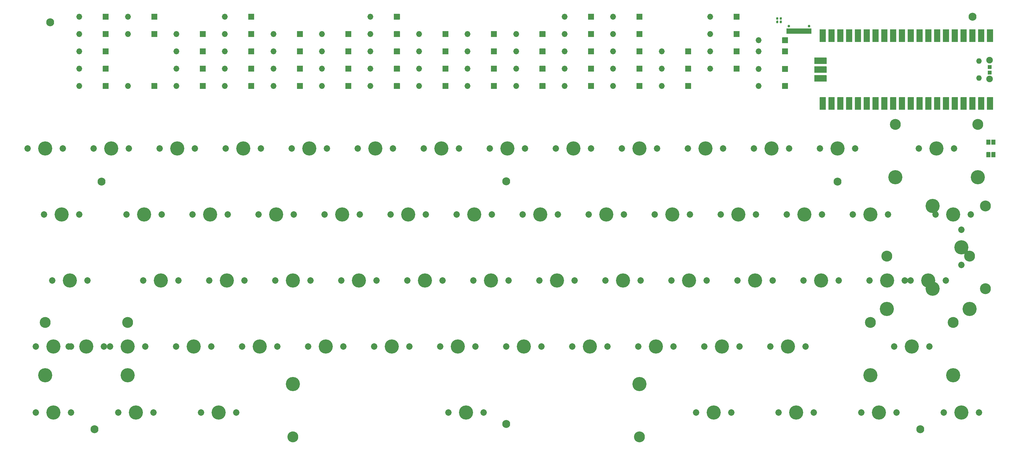
<source format=gts>
G04 #@! TF.GenerationSoftware,KiCad,Pcbnew,(5.1.9)-1*
G04 #@! TF.CreationDate,2021-05-31T01:10:29+01:00*
G04 #@! TF.ProjectId,Env-KB60F,456e762d-4b42-4363-9046-2e6b69636164,rev?*
G04 #@! TF.SameCoordinates,Original*
G04 #@! TF.FileFunction,Soldermask,Top*
G04 #@! TF.FilePolarity,Negative*
%FSLAX46Y46*%
G04 Gerber Fmt 4.6, Leading zero omitted, Abs format (unit mm)*
G04 Created by KiCad (PCBNEW (5.1.9)-1) date 2021-05-31 01:10:29*
%MOMM*%
%LPD*%
G01*
G04 APERTURE LIST*
%ADD10C,2.302000*%
%ADD11O,1.802000X1.802000*%
%ADD12O,1.602000X1.602000*%
%ADD13O,1.902000X1.902000*%
%ADD14C,0.752000*%
%ADD15O,1.702000X1.702000*%
%ADD16C,4.089800*%
%ADD17C,1.852000*%
%ADD18C,3.150000*%
%ADD19C,0.100000*%
G04 APERTURE END LIST*
G36*
G01*
X357449000Y-51500000D02*
X357449000Y-50500000D01*
G75*
G02*
X357500000Y-50449000I51000J0D01*
G01*
X358500000Y-50449000D01*
G75*
G02*
X358551000Y-50500000I0J-51000D01*
G01*
X358551000Y-51500000D01*
G75*
G02*
X358500000Y-51551000I-51000J0D01*
G01*
X357500000Y-51551000D01*
G75*
G02*
X357449000Y-51500000I0J51000D01*
G01*
G37*
G36*
G01*
X357449000Y-53100000D02*
X357449000Y-52100000D01*
G75*
G02*
X357500000Y-52049000I51000J0D01*
G01*
X358500000Y-52049000D01*
G75*
G02*
X358551000Y-52100000I0J-51000D01*
G01*
X358551000Y-53100000D01*
G75*
G02*
X358500000Y-53151000I-51000J0D01*
G01*
X357500000Y-53151000D01*
G75*
G02*
X357449000Y-53100000I0J51000D01*
G01*
G37*
G36*
G01*
X297439000Y-38210500D02*
X297439000Y-37789500D01*
G75*
G02*
X297599500Y-37629000I160500J0D01*
G01*
X297920500Y-37629000D01*
G75*
G02*
X298081000Y-37789500I0J-160500D01*
G01*
X298081000Y-38210500D01*
G75*
G02*
X297920500Y-38371000I-160500J0D01*
G01*
X297599500Y-38371000D01*
G75*
G02*
X297439000Y-38210500I0J160500D01*
G01*
G37*
G36*
G01*
X296419000Y-38210500D02*
X296419000Y-37789500D01*
G75*
G02*
X296579500Y-37629000I160500J0D01*
G01*
X296900500Y-37629000D01*
G75*
G02*
X297061000Y-37789500I0J-160500D01*
G01*
X297061000Y-38210500D01*
G75*
G02*
X296900500Y-38371000I-160500J0D01*
G01*
X296579500Y-38371000D01*
G75*
G02*
X296419000Y-38210500I0J160500D01*
G01*
G37*
G36*
G01*
X297061000Y-36789500D02*
X297061000Y-37210500D01*
G75*
G02*
X296900500Y-37371000I-160500J0D01*
G01*
X296579500Y-37371000D01*
G75*
G02*
X296419000Y-37210500I0J160500D01*
G01*
X296419000Y-36789500D01*
G75*
G02*
X296579500Y-36629000I160500J0D01*
G01*
X296900500Y-36629000D01*
G75*
G02*
X297061000Y-36789500I0J-160500D01*
G01*
G37*
G36*
G01*
X298081000Y-36789500D02*
X298081000Y-37210500D01*
G75*
G02*
X297920500Y-37371000I-160500J0D01*
G01*
X297599500Y-37371000D01*
G75*
G02*
X297439000Y-37210500I0J160500D01*
G01*
X297439000Y-36789500D01*
G75*
G02*
X297599500Y-36629000I160500J0D01*
G01*
X297920500Y-36629000D01*
G75*
G02*
X298081000Y-36789500I0J-160500D01*
G01*
G37*
D10*
X353050000Y-36500000D03*
D11*
X310100000Y-54290000D03*
G36*
G01*
X307399000Y-55140000D02*
X307399000Y-53440000D01*
G75*
G02*
X307450000Y-53389000I51000J0D01*
G01*
X310950000Y-53389000D01*
G75*
G02*
X311001000Y-53440000I0J-51000D01*
G01*
X311001000Y-55140000D01*
G75*
G02*
X310950000Y-55191000I-51000J0D01*
G01*
X307450000Y-55191000D01*
G75*
G02*
X307399000Y-55140000I0J51000D01*
G01*
G37*
G36*
G01*
X309250000Y-50849000D02*
X310950000Y-50849000D01*
G75*
G02*
X311001000Y-50900000I0J-51000D01*
G01*
X311001000Y-52600000D01*
G75*
G02*
X310950000Y-52651000I-51000J0D01*
G01*
X309250000Y-52651000D01*
G75*
G02*
X309199000Y-52600000I0J51000D01*
G01*
X309199000Y-50900000D01*
G75*
G02*
X309250000Y-50849000I51000J0D01*
G01*
G37*
G36*
G01*
X307399000Y-52600000D02*
X307399000Y-50900000D01*
G75*
G02*
X307450000Y-50849000I51000J0D01*
G01*
X310950000Y-50849000D01*
G75*
G02*
X311001000Y-50900000I0J-51000D01*
G01*
X311001000Y-52600000D01*
G75*
G02*
X310950000Y-52651000I-51000J0D01*
G01*
X307450000Y-52651000D01*
G75*
G02*
X307399000Y-52600000I0J51000D01*
G01*
G37*
X310100000Y-49210000D03*
G36*
G01*
X307399000Y-50060000D02*
X307399000Y-48360000D01*
G75*
G02*
X307450000Y-48309000I51000J0D01*
G01*
X310950000Y-48309000D01*
G75*
G02*
X311001000Y-48360000I0J-51000D01*
G01*
X311001000Y-50060000D01*
G75*
G02*
X310950000Y-50111000I-51000J0D01*
G01*
X307450000Y-50111000D01*
G75*
G02*
X307399000Y-50060000I0J51000D01*
G01*
G37*
D12*
X354970000Y-54175000D03*
X354970000Y-49325000D03*
D13*
X358000000Y-54475000D03*
X358000000Y-49025000D03*
G36*
G01*
X309020000Y-59739000D02*
X310720000Y-59739000D01*
G75*
G02*
X310771000Y-59790000I0J-51000D01*
G01*
X310771000Y-63290000D01*
G75*
G02*
X310720000Y-63341000I-51000J0D01*
G01*
X309020000Y-63341000D01*
G75*
G02*
X308969000Y-63290000I0J51000D01*
G01*
X308969000Y-59790000D01*
G75*
G02*
X309020000Y-59739000I51000J0D01*
G01*
G37*
G36*
G01*
X311560000Y-59739000D02*
X313260000Y-59739000D01*
G75*
G02*
X313311000Y-59790000I0J-51000D01*
G01*
X313311000Y-63290000D01*
G75*
G02*
X313260000Y-63341000I-51000J0D01*
G01*
X311560000Y-63341000D01*
G75*
G02*
X311509000Y-63290000I0J51000D01*
G01*
X311509000Y-59790000D01*
G75*
G02*
X311560000Y-59739000I51000J0D01*
G01*
G37*
G36*
G01*
X314100000Y-59739000D02*
X315800000Y-59739000D01*
G75*
G02*
X315851000Y-59790000I0J-51000D01*
G01*
X315851000Y-63290000D01*
G75*
G02*
X315800000Y-63341000I-51000J0D01*
G01*
X314100000Y-63341000D01*
G75*
G02*
X314049000Y-63290000I0J51000D01*
G01*
X314049000Y-59790000D01*
G75*
G02*
X314100000Y-59739000I51000J0D01*
G01*
G37*
G36*
G01*
X316640000Y-59739000D02*
X318340000Y-59739000D01*
G75*
G02*
X318391000Y-59790000I0J-51000D01*
G01*
X318391000Y-63290000D01*
G75*
G02*
X318340000Y-63341000I-51000J0D01*
G01*
X316640000Y-63341000D01*
G75*
G02*
X316589000Y-63290000I0J51000D01*
G01*
X316589000Y-59790000D01*
G75*
G02*
X316640000Y-59739000I51000J0D01*
G01*
G37*
G36*
G01*
X319180000Y-59739000D02*
X320880000Y-59739000D01*
G75*
G02*
X320931000Y-59790000I0J-51000D01*
G01*
X320931000Y-63290000D01*
G75*
G02*
X320880000Y-63341000I-51000J0D01*
G01*
X319180000Y-63341000D01*
G75*
G02*
X319129000Y-63290000I0J51000D01*
G01*
X319129000Y-59790000D01*
G75*
G02*
X319180000Y-59739000I51000J0D01*
G01*
G37*
G36*
G01*
X321720000Y-59739000D02*
X323420000Y-59739000D01*
G75*
G02*
X323471000Y-59790000I0J-51000D01*
G01*
X323471000Y-63290000D01*
G75*
G02*
X323420000Y-63341000I-51000J0D01*
G01*
X321720000Y-63341000D01*
G75*
G02*
X321669000Y-63290000I0J51000D01*
G01*
X321669000Y-59790000D01*
G75*
G02*
X321720000Y-59739000I51000J0D01*
G01*
G37*
G36*
G01*
X324260000Y-59739000D02*
X325960000Y-59739000D01*
G75*
G02*
X326011000Y-59790000I0J-51000D01*
G01*
X326011000Y-63290000D01*
G75*
G02*
X325960000Y-63341000I-51000J0D01*
G01*
X324260000Y-63341000D01*
G75*
G02*
X324209000Y-63290000I0J51000D01*
G01*
X324209000Y-59790000D01*
G75*
G02*
X324260000Y-59739000I51000J0D01*
G01*
G37*
G36*
G01*
X326800000Y-59739000D02*
X328500000Y-59739000D01*
G75*
G02*
X328551000Y-59790000I0J-51000D01*
G01*
X328551000Y-63290000D01*
G75*
G02*
X328500000Y-63341000I-51000J0D01*
G01*
X326800000Y-63341000D01*
G75*
G02*
X326749000Y-63290000I0J51000D01*
G01*
X326749000Y-59790000D01*
G75*
G02*
X326800000Y-59739000I51000J0D01*
G01*
G37*
G36*
G01*
X329340000Y-59739000D02*
X331040000Y-59739000D01*
G75*
G02*
X331091000Y-59790000I0J-51000D01*
G01*
X331091000Y-63290000D01*
G75*
G02*
X331040000Y-63341000I-51000J0D01*
G01*
X329340000Y-63341000D01*
G75*
G02*
X329289000Y-63290000I0J51000D01*
G01*
X329289000Y-59790000D01*
G75*
G02*
X329340000Y-59739000I51000J0D01*
G01*
G37*
G36*
G01*
X331880000Y-59739000D02*
X333580000Y-59739000D01*
G75*
G02*
X333631000Y-59790000I0J-51000D01*
G01*
X333631000Y-63290000D01*
G75*
G02*
X333580000Y-63341000I-51000J0D01*
G01*
X331880000Y-63341000D01*
G75*
G02*
X331829000Y-63290000I0J51000D01*
G01*
X331829000Y-59790000D01*
G75*
G02*
X331880000Y-59739000I51000J0D01*
G01*
G37*
G36*
G01*
X334420000Y-59739000D02*
X336120000Y-59739000D01*
G75*
G02*
X336171000Y-59790000I0J-51000D01*
G01*
X336171000Y-63290000D01*
G75*
G02*
X336120000Y-63341000I-51000J0D01*
G01*
X334420000Y-63341000D01*
G75*
G02*
X334369000Y-63290000I0J51000D01*
G01*
X334369000Y-59790000D01*
G75*
G02*
X334420000Y-59739000I51000J0D01*
G01*
G37*
G36*
G01*
X336960000Y-59739000D02*
X338660000Y-59739000D01*
G75*
G02*
X338711000Y-59790000I0J-51000D01*
G01*
X338711000Y-63290000D01*
G75*
G02*
X338660000Y-63341000I-51000J0D01*
G01*
X336960000Y-63341000D01*
G75*
G02*
X336909000Y-63290000I0J51000D01*
G01*
X336909000Y-59790000D01*
G75*
G02*
X336960000Y-59739000I51000J0D01*
G01*
G37*
G36*
G01*
X339500000Y-59739000D02*
X341200000Y-59739000D01*
G75*
G02*
X341251000Y-59790000I0J-51000D01*
G01*
X341251000Y-63290000D01*
G75*
G02*
X341200000Y-63341000I-51000J0D01*
G01*
X339500000Y-63341000D01*
G75*
G02*
X339449000Y-63290000I0J51000D01*
G01*
X339449000Y-59790000D01*
G75*
G02*
X339500000Y-59739000I51000J0D01*
G01*
G37*
G36*
G01*
X342040000Y-59739000D02*
X343740000Y-59739000D01*
G75*
G02*
X343791000Y-59790000I0J-51000D01*
G01*
X343791000Y-63290000D01*
G75*
G02*
X343740000Y-63341000I-51000J0D01*
G01*
X342040000Y-63341000D01*
G75*
G02*
X341989000Y-63290000I0J51000D01*
G01*
X341989000Y-59790000D01*
G75*
G02*
X342040000Y-59739000I51000J0D01*
G01*
G37*
G36*
G01*
X344580000Y-59739000D02*
X346280000Y-59739000D01*
G75*
G02*
X346331000Y-59790000I0J-51000D01*
G01*
X346331000Y-63290000D01*
G75*
G02*
X346280000Y-63341000I-51000J0D01*
G01*
X344580000Y-63341000D01*
G75*
G02*
X344529000Y-63290000I0J51000D01*
G01*
X344529000Y-59790000D01*
G75*
G02*
X344580000Y-59739000I51000J0D01*
G01*
G37*
G36*
G01*
X347120000Y-59739000D02*
X348820000Y-59739000D01*
G75*
G02*
X348871000Y-59790000I0J-51000D01*
G01*
X348871000Y-63290000D01*
G75*
G02*
X348820000Y-63341000I-51000J0D01*
G01*
X347120000Y-63341000D01*
G75*
G02*
X347069000Y-63290000I0J51000D01*
G01*
X347069000Y-59790000D01*
G75*
G02*
X347120000Y-59739000I51000J0D01*
G01*
G37*
G36*
G01*
X349660000Y-59739000D02*
X351360000Y-59739000D01*
G75*
G02*
X351411000Y-59790000I0J-51000D01*
G01*
X351411000Y-63290000D01*
G75*
G02*
X351360000Y-63341000I-51000J0D01*
G01*
X349660000Y-63341000D01*
G75*
G02*
X349609000Y-63290000I0J51000D01*
G01*
X349609000Y-59790000D01*
G75*
G02*
X349660000Y-59739000I51000J0D01*
G01*
G37*
G36*
G01*
X352200000Y-59739000D02*
X353900000Y-59739000D01*
G75*
G02*
X353951000Y-59790000I0J-51000D01*
G01*
X353951000Y-63290000D01*
G75*
G02*
X353900000Y-63341000I-51000J0D01*
G01*
X352200000Y-63341000D01*
G75*
G02*
X352149000Y-63290000I0J51000D01*
G01*
X352149000Y-59790000D01*
G75*
G02*
X352200000Y-59739000I51000J0D01*
G01*
G37*
G36*
G01*
X354740000Y-59739000D02*
X356440000Y-59739000D01*
G75*
G02*
X356491000Y-59790000I0J-51000D01*
G01*
X356491000Y-63290000D01*
G75*
G02*
X356440000Y-63341000I-51000J0D01*
G01*
X354740000Y-63341000D01*
G75*
G02*
X354689000Y-63290000I0J51000D01*
G01*
X354689000Y-59790000D01*
G75*
G02*
X354740000Y-59739000I51000J0D01*
G01*
G37*
G36*
G01*
X357280000Y-59739000D02*
X358980000Y-59739000D01*
G75*
G02*
X359031000Y-59790000I0J-51000D01*
G01*
X359031000Y-63290000D01*
G75*
G02*
X358980000Y-63341000I-51000J0D01*
G01*
X357280000Y-63341000D01*
G75*
G02*
X357229000Y-63290000I0J51000D01*
G01*
X357229000Y-59790000D01*
G75*
G02*
X357280000Y-59739000I51000J0D01*
G01*
G37*
G36*
G01*
X309020000Y-40159000D02*
X310720000Y-40159000D01*
G75*
G02*
X310771000Y-40210000I0J-51000D01*
G01*
X310771000Y-43710000D01*
G75*
G02*
X310720000Y-43761000I-51000J0D01*
G01*
X309020000Y-43761000D01*
G75*
G02*
X308969000Y-43710000I0J51000D01*
G01*
X308969000Y-40210000D01*
G75*
G02*
X309020000Y-40159000I51000J0D01*
G01*
G37*
G36*
G01*
X311560000Y-40159000D02*
X313260000Y-40159000D01*
G75*
G02*
X313311000Y-40210000I0J-51000D01*
G01*
X313311000Y-43710000D01*
G75*
G02*
X313260000Y-43761000I-51000J0D01*
G01*
X311560000Y-43761000D01*
G75*
G02*
X311509000Y-43710000I0J51000D01*
G01*
X311509000Y-40210000D01*
G75*
G02*
X311560000Y-40159000I51000J0D01*
G01*
G37*
G36*
G01*
X314100000Y-40159000D02*
X315800000Y-40159000D01*
G75*
G02*
X315851000Y-40210000I0J-51000D01*
G01*
X315851000Y-43710000D01*
G75*
G02*
X315800000Y-43761000I-51000J0D01*
G01*
X314100000Y-43761000D01*
G75*
G02*
X314049000Y-43710000I0J51000D01*
G01*
X314049000Y-40210000D01*
G75*
G02*
X314100000Y-40159000I51000J0D01*
G01*
G37*
G36*
G01*
X316640000Y-40159000D02*
X318340000Y-40159000D01*
G75*
G02*
X318391000Y-40210000I0J-51000D01*
G01*
X318391000Y-43710000D01*
G75*
G02*
X318340000Y-43761000I-51000J0D01*
G01*
X316640000Y-43761000D01*
G75*
G02*
X316589000Y-43710000I0J51000D01*
G01*
X316589000Y-40210000D01*
G75*
G02*
X316640000Y-40159000I51000J0D01*
G01*
G37*
G36*
G01*
X319180000Y-40159000D02*
X320880000Y-40159000D01*
G75*
G02*
X320931000Y-40210000I0J-51000D01*
G01*
X320931000Y-43710000D01*
G75*
G02*
X320880000Y-43761000I-51000J0D01*
G01*
X319180000Y-43761000D01*
G75*
G02*
X319129000Y-43710000I0J51000D01*
G01*
X319129000Y-40210000D01*
G75*
G02*
X319180000Y-40159000I51000J0D01*
G01*
G37*
G36*
G01*
X321720000Y-40159000D02*
X323420000Y-40159000D01*
G75*
G02*
X323471000Y-40210000I0J-51000D01*
G01*
X323471000Y-43710000D01*
G75*
G02*
X323420000Y-43761000I-51000J0D01*
G01*
X321720000Y-43761000D01*
G75*
G02*
X321669000Y-43710000I0J51000D01*
G01*
X321669000Y-40210000D01*
G75*
G02*
X321720000Y-40159000I51000J0D01*
G01*
G37*
G36*
G01*
X324260000Y-40159000D02*
X325960000Y-40159000D01*
G75*
G02*
X326011000Y-40210000I0J-51000D01*
G01*
X326011000Y-43710000D01*
G75*
G02*
X325960000Y-43761000I-51000J0D01*
G01*
X324260000Y-43761000D01*
G75*
G02*
X324209000Y-43710000I0J51000D01*
G01*
X324209000Y-40210000D01*
G75*
G02*
X324260000Y-40159000I51000J0D01*
G01*
G37*
G36*
G01*
X326800000Y-40159000D02*
X328500000Y-40159000D01*
G75*
G02*
X328551000Y-40210000I0J-51000D01*
G01*
X328551000Y-43710000D01*
G75*
G02*
X328500000Y-43761000I-51000J0D01*
G01*
X326800000Y-43761000D01*
G75*
G02*
X326749000Y-43710000I0J51000D01*
G01*
X326749000Y-40210000D01*
G75*
G02*
X326800000Y-40159000I51000J0D01*
G01*
G37*
G36*
G01*
X329340000Y-40159000D02*
X331040000Y-40159000D01*
G75*
G02*
X331091000Y-40210000I0J-51000D01*
G01*
X331091000Y-43710000D01*
G75*
G02*
X331040000Y-43761000I-51000J0D01*
G01*
X329340000Y-43761000D01*
G75*
G02*
X329289000Y-43710000I0J51000D01*
G01*
X329289000Y-40210000D01*
G75*
G02*
X329340000Y-40159000I51000J0D01*
G01*
G37*
G36*
G01*
X331880000Y-40159000D02*
X333580000Y-40159000D01*
G75*
G02*
X333631000Y-40210000I0J-51000D01*
G01*
X333631000Y-43710000D01*
G75*
G02*
X333580000Y-43761000I-51000J0D01*
G01*
X331880000Y-43761000D01*
G75*
G02*
X331829000Y-43710000I0J51000D01*
G01*
X331829000Y-40210000D01*
G75*
G02*
X331880000Y-40159000I51000J0D01*
G01*
G37*
G36*
G01*
X334420000Y-40159000D02*
X336120000Y-40159000D01*
G75*
G02*
X336171000Y-40210000I0J-51000D01*
G01*
X336171000Y-43710000D01*
G75*
G02*
X336120000Y-43761000I-51000J0D01*
G01*
X334420000Y-43761000D01*
G75*
G02*
X334369000Y-43710000I0J51000D01*
G01*
X334369000Y-40210000D01*
G75*
G02*
X334420000Y-40159000I51000J0D01*
G01*
G37*
G36*
G01*
X336960000Y-40159000D02*
X338660000Y-40159000D01*
G75*
G02*
X338711000Y-40210000I0J-51000D01*
G01*
X338711000Y-43710000D01*
G75*
G02*
X338660000Y-43761000I-51000J0D01*
G01*
X336960000Y-43761000D01*
G75*
G02*
X336909000Y-43710000I0J51000D01*
G01*
X336909000Y-40210000D01*
G75*
G02*
X336960000Y-40159000I51000J0D01*
G01*
G37*
G36*
G01*
X339500000Y-40159000D02*
X341200000Y-40159000D01*
G75*
G02*
X341251000Y-40210000I0J-51000D01*
G01*
X341251000Y-43710000D01*
G75*
G02*
X341200000Y-43761000I-51000J0D01*
G01*
X339500000Y-43761000D01*
G75*
G02*
X339449000Y-43710000I0J51000D01*
G01*
X339449000Y-40210000D01*
G75*
G02*
X339500000Y-40159000I51000J0D01*
G01*
G37*
G36*
G01*
X342040000Y-40159000D02*
X343740000Y-40159000D01*
G75*
G02*
X343791000Y-40210000I0J-51000D01*
G01*
X343791000Y-43710000D01*
G75*
G02*
X343740000Y-43761000I-51000J0D01*
G01*
X342040000Y-43761000D01*
G75*
G02*
X341989000Y-43710000I0J51000D01*
G01*
X341989000Y-40210000D01*
G75*
G02*
X342040000Y-40159000I51000J0D01*
G01*
G37*
G36*
G01*
X344580000Y-40159000D02*
X346280000Y-40159000D01*
G75*
G02*
X346331000Y-40210000I0J-51000D01*
G01*
X346331000Y-43710000D01*
G75*
G02*
X346280000Y-43761000I-51000J0D01*
G01*
X344580000Y-43761000D01*
G75*
G02*
X344529000Y-43710000I0J51000D01*
G01*
X344529000Y-40210000D01*
G75*
G02*
X344580000Y-40159000I51000J0D01*
G01*
G37*
G36*
G01*
X347120000Y-40159000D02*
X348820000Y-40159000D01*
G75*
G02*
X348871000Y-40210000I0J-51000D01*
G01*
X348871000Y-43710000D01*
G75*
G02*
X348820000Y-43761000I-51000J0D01*
G01*
X347120000Y-43761000D01*
G75*
G02*
X347069000Y-43710000I0J51000D01*
G01*
X347069000Y-40210000D01*
G75*
G02*
X347120000Y-40159000I51000J0D01*
G01*
G37*
G36*
G01*
X349660000Y-40159000D02*
X351360000Y-40159000D01*
G75*
G02*
X351411000Y-40210000I0J-51000D01*
G01*
X351411000Y-43710000D01*
G75*
G02*
X351360000Y-43761000I-51000J0D01*
G01*
X349660000Y-43761000D01*
G75*
G02*
X349609000Y-43710000I0J51000D01*
G01*
X349609000Y-40210000D01*
G75*
G02*
X349660000Y-40159000I51000J0D01*
G01*
G37*
G36*
G01*
X352200000Y-40159000D02*
X353900000Y-40159000D01*
G75*
G02*
X353951000Y-40210000I0J-51000D01*
G01*
X353951000Y-43710000D01*
G75*
G02*
X353900000Y-43761000I-51000J0D01*
G01*
X352200000Y-43761000D01*
G75*
G02*
X352149000Y-43710000I0J51000D01*
G01*
X352149000Y-40210000D01*
G75*
G02*
X352200000Y-40159000I51000J0D01*
G01*
G37*
G36*
G01*
X354740000Y-40159000D02*
X356440000Y-40159000D01*
G75*
G02*
X356491000Y-40210000I0J-51000D01*
G01*
X356491000Y-43710000D01*
G75*
G02*
X356440000Y-43761000I-51000J0D01*
G01*
X354740000Y-43761000D01*
G75*
G02*
X354689000Y-43710000I0J51000D01*
G01*
X354689000Y-40210000D01*
G75*
G02*
X354740000Y-40159000I51000J0D01*
G01*
G37*
G36*
G01*
X357280000Y-40159000D02*
X358980000Y-40159000D01*
G75*
G02*
X359031000Y-40210000I0J-51000D01*
G01*
X359031000Y-43710000D01*
G75*
G02*
X358980000Y-43761000I-51000J0D01*
G01*
X357280000Y-43761000D01*
G75*
G02*
X357229000Y-43710000I0J51000D01*
G01*
X357229000Y-40210000D01*
G75*
G02*
X357280000Y-40159000I51000J0D01*
G01*
G37*
D11*
X358130000Y-60640000D03*
X355590000Y-60640000D03*
G36*
G01*
X352200000Y-59739000D02*
X353900000Y-59739000D01*
G75*
G02*
X353951000Y-59790000I0J-51000D01*
G01*
X353951000Y-61490000D01*
G75*
G02*
X353900000Y-61541000I-51000J0D01*
G01*
X352200000Y-61541000D01*
G75*
G02*
X352149000Y-61490000I0J51000D01*
G01*
X352149000Y-59790000D01*
G75*
G02*
X352200000Y-59739000I51000J0D01*
G01*
G37*
X350510000Y-60640000D03*
X347970000Y-60640000D03*
X345430000Y-60640000D03*
X342890000Y-60640000D03*
G36*
G01*
X339500000Y-59739000D02*
X341200000Y-59739000D01*
G75*
G02*
X341251000Y-59790000I0J-51000D01*
G01*
X341251000Y-61490000D01*
G75*
G02*
X341200000Y-61541000I-51000J0D01*
G01*
X339500000Y-61541000D01*
G75*
G02*
X339449000Y-61490000I0J51000D01*
G01*
X339449000Y-59790000D01*
G75*
G02*
X339500000Y-59739000I51000J0D01*
G01*
G37*
X337810000Y-60640000D03*
X335270000Y-60640000D03*
X332730000Y-60640000D03*
X330190000Y-60640000D03*
G36*
G01*
X326800000Y-59739000D02*
X328500000Y-59739000D01*
G75*
G02*
X328551000Y-59790000I0J-51000D01*
G01*
X328551000Y-61490000D01*
G75*
G02*
X328500000Y-61541000I-51000J0D01*
G01*
X326800000Y-61541000D01*
G75*
G02*
X326749000Y-61490000I0J51000D01*
G01*
X326749000Y-59790000D01*
G75*
G02*
X326800000Y-59739000I51000J0D01*
G01*
G37*
X325110000Y-60640000D03*
X322570000Y-60640000D03*
X320030000Y-60640000D03*
X317490000Y-60640000D03*
G36*
G01*
X314100000Y-59739000D02*
X315800000Y-59739000D01*
G75*
G02*
X315851000Y-59790000I0J-51000D01*
G01*
X315851000Y-61490000D01*
G75*
G02*
X315800000Y-61541000I-51000J0D01*
G01*
X314100000Y-61541000D01*
G75*
G02*
X314049000Y-61490000I0J51000D01*
G01*
X314049000Y-59790000D01*
G75*
G02*
X314100000Y-59739000I51000J0D01*
G01*
G37*
X312410000Y-60640000D03*
X309870000Y-60640000D03*
X309870000Y-42860000D03*
X312410000Y-42860000D03*
G36*
G01*
X314100000Y-41959000D02*
X315800000Y-41959000D01*
G75*
G02*
X315851000Y-42010000I0J-51000D01*
G01*
X315851000Y-43710000D01*
G75*
G02*
X315800000Y-43761000I-51000J0D01*
G01*
X314100000Y-43761000D01*
G75*
G02*
X314049000Y-43710000I0J51000D01*
G01*
X314049000Y-42010000D01*
G75*
G02*
X314100000Y-41959000I51000J0D01*
G01*
G37*
X317490000Y-42860000D03*
X320030000Y-42860000D03*
X322570000Y-42860000D03*
X325110000Y-42860000D03*
G36*
G01*
X326800000Y-41959000D02*
X328500000Y-41959000D01*
G75*
G02*
X328551000Y-42010000I0J-51000D01*
G01*
X328551000Y-43710000D01*
G75*
G02*
X328500000Y-43761000I-51000J0D01*
G01*
X326800000Y-43761000D01*
G75*
G02*
X326749000Y-43710000I0J51000D01*
G01*
X326749000Y-42010000D01*
G75*
G02*
X326800000Y-41959000I51000J0D01*
G01*
G37*
X330190000Y-42860000D03*
X332730000Y-42860000D03*
X335270000Y-42860000D03*
X337810000Y-42860000D03*
G36*
G01*
X339500000Y-41959000D02*
X341200000Y-41959000D01*
G75*
G02*
X341251000Y-42010000I0J-51000D01*
G01*
X341251000Y-43710000D01*
G75*
G02*
X341200000Y-43761000I-51000J0D01*
G01*
X339500000Y-43761000D01*
G75*
G02*
X339449000Y-43710000I0J51000D01*
G01*
X339449000Y-42010000D01*
G75*
G02*
X339500000Y-41959000I51000J0D01*
G01*
G37*
X342890000Y-42860000D03*
X345430000Y-42860000D03*
X347970000Y-42860000D03*
X350510000Y-42860000D03*
G36*
G01*
X352200000Y-41959000D02*
X353900000Y-41959000D01*
G75*
G02*
X353951000Y-42010000I0J-51000D01*
G01*
X353951000Y-43710000D01*
G75*
G02*
X353900000Y-43761000I-51000J0D01*
G01*
X352200000Y-43761000D01*
G75*
G02*
X352149000Y-43710000I0J51000D01*
G01*
X352149000Y-42010000D01*
G75*
G02*
X352200000Y-41959000I51000J0D01*
G01*
G37*
X355590000Y-42860000D03*
X358130000Y-42860000D03*
G36*
G01*
X300121001Y-39925001D02*
X300121001Y-41375001D01*
G75*
G02*
X300070001Y-41426001I-51000J0D01*
G01*
X299470001Y-41426001D01*
G75*
G02*
X299419001Y-41375001I0J51000D01*
G01*
X299419001Y-39925001D01*
G75*
G02*
X299470001Y-39874001I51000J0D01*
G01*
X300070001Y-39874001D01*
G75*
G02*
X300121001Y-39925001I0J-51000D01*
G01*
G37*
G36*
G01*
X306571001Y-39925001D02*
X306571001Y-41375001D01*
G75*
G02*
X306520001Y-41426001I-51000J0D01*
G01*
X305920001Y-41426001D01*
G75*
G02*
X305869001Y-41375001I0J51000D01*
G01*
X305869001Y-39925001D01*
G75*
G02*
X305920001Y-39874001I51000J0D01*
G01*
X306520001Y-39874001D01*
G75*
G02*
X306571001Y-39925001I0J-51000D01*
G01*
G37*
G36*
G01*
X300896001Y-39925001D02*
X300896001Y-41375001D01*
G75*
G02*
X300845001Y-41426001I-51000J0D01*
G01*
X300245001Y-41426001D01*
G75*
G02*
X300194001Y-41375001I0J51000D01*
G01*
X300194001Y-39925001D01*
G75*
G02*
X300245001Y-39874001I51000J0D01*
G01*
X300845001Y-39874001D01*
G75*
G02*
X300896001Y-39925001I0J-51000D01*
G01*
G37*
G36*
G01*
X305796001Y-39925001D02*
X305796001Y-41375001D01*
G75*
G02*
X305745001Y-41426001I-51000J0D01*
G01*
X305145001Y-41426001D01*
G75*
G02*
X305094001Y-41375001I0J51000D01*
G01*
X305094001Y-39925001D01*
G75*
G02*
X305145001Y-39874001I51000J0D01*
G01*
X305745001Y-39874001D01*
G75*
G02*
X305796001Y-39925001I0J-51000D01*
G01*
G37*
G36*
G01*
X304946001Y-39925001D02*
X304946001Y-41375001D01*
G75*
G02*
X304895001Y-41426001I-51000J0D01*
G01*
X304595001Y-41426001D01*
G75*
G02*
X304544001Y-41375001I0J51000D01*
G01*
X304544001Y-39925001D01*
G75*
G02*
X304595001Y-39874001I51000J0D01*
G01*
X304895001Y-39874001D01*
G75*
G02*
X304946001Y-39925001I0J-51000D01*
G01*
G37*
G36*
G01*
X301446001Y-39925001D02*
X301446001Y-41375001D01*
G75*
G02*
X301395001Y-41426001I-51000J0D01*
G01*
X301095001Y-41426001D01*
G75*
G02*
X301044001Y-41375001I0J51000D01*
G01*
X301044001Y-39925001D01*
G75*
G02*
X301095001Y-39874001I51000J0D01*
G01*
X301395001Y-39874001D01*
G75*
G02*
X301446001Y-39925001I0J-51000D01*
G01*
G37*
G36*
G01*
X304446001Y-39925001D02*
X304446001Y-41375001D01*
G75*
G02*
X304395001Y-41426001I-51000J0D01*
G01*
X304095001Y-41426001D01*
G75*
G02*
X304044001Y-41375001I0J51000D01*
G01*
X304044001Y-39925001D01*
G75*
G02*
X304095001Y-39874001I51000J0D01*
G01*
X304395001Y-39874001D01*
G75*
G02*
X304446001Y-39925001I0J-51000D01*
G01*
G37*
G36*
G01*
X301946001Y-39925001D02*
X301946001Y-41375001D01*
G75*
G02*
X301895001Y-41426001I-51000J0D01*
G01*
X301595001Y-41426001D01*
G75*
G02*
X301544001Y-41375001I0J51000D01*
G01*
X301544001Y-39925001D01*
G75*
G02*
X301595001Y-39874001I51000J0D01*
G01*
X301895001Y-39874001D01*
G75*
G02*
X301946001Y-39925001I0J-51000D01*
G01*
G37*
G36*
G01*
X303946001Y-39925001D02*
X303946001Y-41375001D01*
G75*
G02*
X303895001Y-41426001I-51000J0D01*
G01*
X303595001Y-41426001D01*
G75*
G02*
X303544001Y-41375001I0J51000D01*
G01*
X303544001Y-39925001D01*
G75*
G02*
X303595001Y-39874001I51000J0D01*
G01*
X303895001Y-39874001D01*
G75*
G02*
X303946001Y-39925001I0J-51000D01*
G01*
G37*
G36*
G01*
X302446001Y-39925001D02*
X302446001Y-41375001D01*
G75*
G02*
X302395001Y-41426001I-51000J0D01*
G01*
X302095001Y-41426001D01*
G75*
G02*
X302044001Y-41375001I0J51000D01*
G01*
X302044001Y-39925001D01*
G75*
G02*
X302095001Y-39874001I51000J0D01*
G01*
X302395001Y-39874001D01*
G75*
G02*
X302446001Y-39925001I0J-51000D01*
G01*
G37*
G36*
G01*
X302946001Y-39925001D02*
X302946001Y-41375001D01*
G75*
G02*
X302895001Y-41426001I-51000J0D01*
G01*
X302595001Y-41426001D01*
G75*
G02*
X302544001Y-41375001I0J51000D01*
G01*
X302544001Y-39925001D01*
G75*
G02*
X302595001Y-39874001I51000J0D01*
G01*
X302895001Y-39874001D01*
G75*
G02*
X302946001Y-39925001I0J-51000D01*
G01*
G37*
G36*
G01*
X303446001Y-39925001D02*
X303446001Y-41375001D01*
G75*
G02*
X303395001Y-41426001I-51000J0D01*
G01*
X303095001Y-41426001D01*
G75*
G02*
X303044001Y-41375001I0J51000D01*
G01*
X303044001Y-39925001D01*
G75*
G02*
X303095001Y-39874001I51000J0D01*
G01*
X303395001Y-39874001D01*
G75*
G02*
X303446001Y-39925001I0J-51000D01*
G01*
G37*
D14*
X300105001Y-39205001D03*
X305885001Y-39205001D03*
D15*
X95380000Y-56500000D03*
G36*
G01*
X103851000Y-55700000D02*
X103851000Y-57300000D01*
G75*
G02*
X103800000Y-57351000I-51000J0D01*
G01*
X102200000Y-57351000D01*
G75*
G02*
X102149000Y-57300000I0J51000D01*
G01*
X102149000Y-55700000D01*
G75*
G02*
X102200000Y-55649000I51000J0D01*
G01*
X103800000Y-55649000D01*
G75*
G02*
X103851000Y-55700000I0J-51000D01*
G01*
G37*
X109380000Y-56500000D03*
G36*
G01*
X117851000Y-55700000D02*
X117851000Y-57300000D01*
G75*
G02*
X117800000Y-57351000I-51000J0D01*
G01*
X116200000Y-57351000D01*
G75*
G02*
X116149000Y-57300000I0J51000D01*
G01*
X116149000Y-55700000D01*
G75*
G02*
X116200000Y-55649000I51000J0D01*
G01*
X117800000Y-55649000D01*
G75*
G02*
X117851000Y-55700000I0J-51000D01*
G01*
G37*
X123380000Y-56500000D03*
G36*
G01*
X131851000Y-55700000D02*
X131851000Y-57300000D01*
G75*
G02*
X131800000Y-57351000I-51000J0D01*
G01*
X130200000Y-57351000D01*
G75*
G02*
X130149000Y-57300000I0J51000D01*
G01*
X130149000Y-55700000D01*
G75*
G02*
X130200000Y-55649000I51000J0D01*
G01*
X131800000Y-55649000D01*
G75*
G02*
X131851000Y-55700000I0J-51000D01*
G01*
G37*
X137380000Y-56500000D03*
G36*
G01*
X145851000Y-55700000D02*
X145851000Y-57300000D01*
G75*
G02*
X145800000Y-57351000I-51000J0D01*
G01*
X144200000Y-57351000D01*
G75*
G02*
X144149000Y-57300000I0J51000D01*
G01*
X144149000Y-55700000D01*
G75*
G02*
X144200000Y-55649000I51000J0D01*
G01*
X145800000Y-55649000D01*
G75*
G02*
X145851000Y-55700000I0J-51000D01*
G01*
G37*
X151380000Y-56500000D03*
G36*
G01*
X159851000Y-55700000D02*
X159851000Y-57300000D01*
G75*
G02*
X159800000Y-57351000I-51000J0D01*
G01*
X158200000Y-57351000D01*
G75*
G02*
X158149000Y-57300000I0J51000D01*
G01*
X158149000Y-55700000D01*
G75*
G02*
X158200000Y-55649000I51000J0D01*
G01*
X159800000Y-55649000D01*
G75*
G02*
X159851000Y-55700000I0J-51000D01*
G01*
G37*
X165380000Y-56500000D03*
G36*
G01*
X173851000Y-55700000D02*
X173851000Y-57300000D01*
G75*
G02*
X173800000Y-57351000I-51000J0D01*
G01*
X172200000Y-57351000D01*
G75*
G02*
X172149000Y-57300000I0J51000D01*
G01*
X172149000Y-55700000D01*
G75*
G02*
X172200000Y-55649000I51000J0D01*
G01*
X173800000Y-55649000D01*
G75*
G02*
X173851000Y-55700000I0J-51000D01*
G01*
G37*
X179380000Y-56500000D03*
G36*
G01*
X187851000Y-55700000D02*
X187851000Y-57300000D01*
G75*
G02*
X187800000Y-57351000I-51000J0D01*
G01*
X186200000Y-57351000D01*
G75*
G02*
X186149000Y-57300000I0J51000D01*
G01*
X186149000Y-55700000D01*
G75*
G02*
X186200000Y-55649000I51000J0D01*
G01*
X187800000Y-55649000D01*
G75*
G02*
X187851000Y-55700000I0J-51000D01*
G01*
G37*
X193380000Y-56500000D03*
G36*
G01*
X201851000Y-55700000D02*
X201851000Y-57300000D01*
G75*
G02*
X201800000Y-57351000I-51000J0D01*
G01*
X200200000Y-57351000D01*
G75*
G02*
X200149000Y-57300000I0J51000D01*
G01*
X200149000Y-55700000D01*
G75*
G02*
X200200000Y-55649000I51000J0D01*
G01*
X201800000Y-55649000D01*
G75*
G02*
X201851000Y-55700000I0J-51000D01*
G01*
G37*
X207380000Y-56500000D03*
G36*
G01*
X215851000Y-55700000D02*
X215851000Y-57300000D01*
G75*
G02*
X215800000Y-57351000I-51000J0D01*
G01*
X214200000Y-57351000D01*
G75*
G02*
X214149000Y-57300000I0J51000D01*
G01*
X214149000Y-55700000D01*
G75*
G02*
X214200000Y-55649000I51000J0D01*
G01*
X215800000Y-55649000D01*
G75*
G02*
X215851000Y-55700000I0J-51000D01*
G01*
G37*
G36*
G01*
X229851000Y-55700000D02*
X229851000Y-57300000D01*
G75*
G02*
X229800000Y-57351000I-51000J0D01*
G01*
X228200000Y-57351000D01*
G75*
G02*
X228149000Y-57300000I0J51000D01*
G01*
X228149000Y-55700000D01*
G75*
G02*
X228200000Y-55649000I51000J0D01*
G01*
X229800000Y-55649000D01*
G75*
G02*
X229851000Y-55700000I0J-51000D01*
G01*
G37*
X221380000Y-56500000D03*
X235380000Y-56500000D03*
G36*
G01*
X243851000Y-55700000D02*
X243851000Y-57300000D01*
G75*
G02*
X243800000Y-57351000I-51000J0D01*
G01*
X242200000Y-57351000D01*
G75*
G02*
X242149000Y-57300000I0J51000D01*
G01*
X242149000Y-55700000D01*
G75*
G02*
X242200000Y-55649000I51000J0D01*
G01*
X243800000Y-55649000D01*
G75*
G02*
X243851000Y-55700000I0J-51000D01*
G01*
G37*
X249380000Y-56500000D03*
G36*
G01*
X257851000Y-55700000D02*
X257851000Y-57300000D01*
G75*
G02*
X257800000Y-57351000I-51000J0D01*
G01*
X256200000Y-57351000D01*
G75*
G02*
X256149000Y-57300000I0J51000D01*
G01*
X256149000Y-55700000D01*
G75*
G02*
X256200000Y-55649000I51000J0D01*
G01*
X257800000Y-55649000D01*
G75*
G02*
X257851000Y-55700000I0J-51000D01*
G01*
G37*
X263380000Y-56500000D03*
G36*
G01*
X271851000Y-55700000D02*
X271851000Y-57300000D01*
G75*
G02*
X271800000Y-57351000I-51000J0D01*
G01*
X270200000Y-57351000D01*
G75*
G02*
X270149000Y-57300000I0J51000D01*
G01*
X270149000Y-55700000D01*
G75*
G02*
X270200000Y-55649000I51000J0D01*
G01*
X271800000Y-55649000D01*
G75*
G02*
X271851000Y-55700000I0J-51000D01*
G01*
G37*
X291380000Y-56500000D03*
G36*
G01*
X299851000Y-55700000D02*
X299851000Y-57300000D01*
G75*
G02*
X299800000Y-57351000I-51000J0D01*
G01*
X298200000Y-57351000D01*
G75*
G02*
X298149000Y-57300000I0J51000D01*
G01*
X298149000Y-55700000D01*
G75*
G02*
X298200000Y-55649000I51000J0D01*
G01*
X299800000Y-55649000D01*
G75*
G02*
X299851000Y-55700000I0J-51000D01*
G01*
G37*
X95380000Y-51500000D03*
G36*
G01*
X103851000Y-50700000D02*
X103851000Y-52300000D01*
G75*
G02*
X103800000Y-52351000I-51000J0D01*
G01*
X102200000Y-52351000D01*
G75*
G02*
X102149000Y-52300000I0J51000D01*
G01*
X102149000Y-50700000D01*
G75*
G02*
X102200000Y-50649000I51000J0D01*
G01*
X103800000Y-50649000D01*
G75*
G02*
X103851000Y-50700000I0J-51000D01*
G01*
G37*
X123380000Y-51500000D03*
G36*
G01*
X131851000Y-50700000D02*
X131851000Y-52300000D01*
G75*
G02*
X131800000Y-52351000I-51000J0D01*
G01*
X130200000Y-52351000D01*
G75*
G02*
X130149000Y-52300000I0J51000D01*
G01*
X130149000Y-50700000D01*
G75*
G02*
X130200000Y-50649000I51000J0D01*
G01*
X131800000Y-50649000D01*
G75*
G02*
X131851000Y-50700000I0J-51000D01*
G01*
G37*
X137380000Y-51500000D03*
G36*
G01*
X145851000Y-50700000D02*
X145851000Y-52300000D01*
G75*
G02*
X145800000Y-52351000I-51000J0D01*
G01*
X144200000Y-52351000D01*
G75*
G02*
X144149000Y-52300000I0J51000D01*
G01*
X144149000Y-50700000D01*
G75*
G02*
X144200000Y-50649000I51000J0D01*
G01*
X145800000Y-50649000D01*
G75*
G02*
X145851000Y-50700000I0J-51000D01*
G01*
G37*
X151380000Y-51500000D03*
G36*
G01*
X159851000Y-50700000D02*
X159851000Y-52300000D01*
G75*
G02*
X159800000Y-52351000I-51000J0D01*
G01*
X158200000Y-52351000D01*
G75*
G02*
X158149000Y-52300000I0J51000D01*
G01*
X158149000Y-50700000D01*
G75*
G02*
X158200000Y-50649000I51000J0D01*
G01*
X159800000Y-50649000D01*
G75*
G02*
X159851000Y-50700000I0J-51000D01*
G01*
G37*
X165380000Y-51500000D03*
G36*
G01*
X173851000Y-50700000D02*
X173851000Y-52300000D01*
G75*
G02*
X173800000Y-52351000I-51000J0D01*
G01*
X172200000Y-52351000D01*
G75*
G02*
X172149000Y-52300000I0J51000D01*
G01*
X172149000Y-50700000D01*
G75*
G02*
X172200000Y-50649000I51000J0D01*
G01*
X173800000Y-50649000D01*
G75*
G02*
X173851000Y-50700000I0J-51000D01*
G01*
G37*
X179380000Y-51500000D03*
G36*
G01*
X187851000Y-50700000D02*
X187851000Y-52300000D01*
G75*
G02*
X187800000Y-52351000I-51000J0D01*
G01*
X186200000Y-52351000D01*
G75*
G02*
X186149000Y-52300000I0J51000D01*
G01*
X186149000Y-50700000D01*
G75*
G02*
X186200000Y-50649000I51000J0D01*
G01*
X187800000Y-50649000D01*
G75*
G02*
X187851000Y-50700000I0J-51000D01*
G01*
G37*
X193380000Y-51500000D03*
G36*
G01*
X201851000Y-50700000D02*
X201851000Y-52300000D01*
G75*
G02*
X201800000Y-52351000I-51000J0D01*
G01*
X200200000Y-52351000D01*
G75*
G02*
X200149000Y-52300000I0J51000D01*
G01*
X200149000Y-50700000D01*
G75*
G02*
X200200000Y-50649000I51000J0D01*
G01*
X201800000Y-50649000D01*
G75*
G02*
X201851000Y-50700000I0J-51000D01*
G01*
G37*
X207380000Y-51500000D03*
G36*
G01*
X215851000Y-50700000D02*
X215851000Y-52300000D01*
G75*
G02*
X215800000Y-52351000I-51000J0D01*
G01*
X214200000Y-52351000D01*
G75*
G02*
X214149000Y-52300000I0J51000D01*
G01*
X214149000Y-50700000D01*
G75*
G02*
X214200000Y-50649000I51000J0D01*
G01*
X215800000Y-50649000D01*
G75*
G02*
X215851000Y-50700000I0J-51000D01*
G01*
G37*
G36*
G01*
X229851000Y-50700000D02*
X229851000Y-52300000D01*
G75*
G02*
X229800000Y-52351000I-51000J0D01*
G01*
X228200000Y-52351000D01*
G75*
G02*
X228149000Y-52300000I0J51000D01*
G01*
X228149000Y-50700000D01*
G75*
G02*
X228200000Y-50649000I51000J0D01*
G01*
X229800000Y-50649000D01*
G75*
G02*
X229851000Y-50700000I0J-51000D01*
G01*
G37*
X221380000Y-51500000D03*
X235380000Y-51500000D03*
G36*
G01*
X243851000Y-50700000D02*
X243851000Y-52300000D01*
G75*
G02*
X243800000Y-52351000I-51000J0D01*
G01*
X242200000Y-52351000D01*
G75*
G02*
X242149000Y-52300000I0J51000D01*
G01*
X242149000Y-50700000D01*
G75*
G02*
X242200000Y-50649000I51000J0D01*
G01*
X243800000Y-50649000D01*
G75*
G02*
X243851000Y-50700000I0J-51000D01*
G01*
G37*
X249380000Y-51500000D03*
G36*
G01*
X257851000Y-50700000D02*
X257851000Y-52300000D01*
G75*
G02*
X257800000Y-52351000I-51000J0D01*
G01*
X256200000Y-52351000D01*
G75*
G02*
X256149000Y-52300000I0J51000D01*
G01*
X256149000Y-50700000D01*
G75*
G02*
X256200000Y-50649000I51000J0D01*
G01*
X257800000Y-50649000D01*
G75*
G02*
X257851000Y-50700000I0J-51000D01*
G01*
G37*
X263380000Y-51500000D03*
G36*
G01*
X271851000Y-50700000D02*
X271851000Y-52300000D01*
G75*
G02*
X271800000Y-52351000I-51000J0D01*
G01*
X270200000Y-52351000D01*
G75*
G02*
X270149000Y-52300000I0J51000D01*
G01*
X270149000Y-50700000D01*
G75*
G02*
X270200000Y-50649000I51000J0D01*
G01*
X271800000Y-50649000D01*
G75*
G02*
X271851000Y-50700000I0J-51000D01*
G01*
G37*
X277380000Y-51500000D03*
G36*
G01*
X285851000Y-50700000D02*
X285851000Y-52300000D01*
G75*
G02*
X285800000Y-52351000I-51000J0D01*
G01*
X284200000Y-52351000D01*
G75*
G02*
X284149000Y-52300000I0J51000D01*
G01*
X284149000Y-50700000D01*
G75*
G02*
X284200000Y-50649000I51000J0D01*
G01*
X285800000Y-50649000D01*
G75*
G02*
X285851000Y-50700000I0J-51000D01*
G01*
G37*
X291388800Y-51562000D03*
G36*
G01*
X299859800Y-50762000D02*
X299859800Y-52362000D01*
G75*
G02*
X299808800Y-52413000I-51000J0D01*
G01*
X298208800Y-52413000D01*
G75*
G02*
X298157800Y-52362000I0J51000D01*
G01*
X298157800Y-50762000D01*
G75*
G02*
X298208800Y-50711000I51000J0D01*
G01*
X299808800Y-50711000D01*
G75*
G02*
X299859800Y-50762000I0J-51000D01*
G01*
G37*
X95380000Y-46500000D03*
G36*
G01*
X103851000Y-45700000D02*
X103851000Y-47300000D01*
G75*
G02*
X103800000Y-47351000I-51000J0D01*
G01*
X102200000Y-47351000D01*
G75*
G02*
X102149000Y-47300000I0J51000D01*
G01*
X102149000Y-45700000D01*
G75*
G02*
X102200000Y-45649000I51000J0D01*
G01*
X103800000Y-45649000D01*
G75*
G02*
X103851000Y-45700000I0J-51000D01*
G01*
G37*
X123380000Y-46500000D03*
G36*
G01*
X131851000Y-45700000D02*
X131851000Y-47300000D01*
G75*
G02*
X131800000Y-47351000I-51000J0D01*
G01*
X130200000Y-47351000D01*
G75*
G02*
X130149000Y-47300000I0J51000D01*
G01*
X130149000Y-45700000D01*
G75*
G02*
X130200000Y-45649000I51000J0D01*
G01*
X131800000Y-45649000D01*
G75*
G02*
X131851000Y-45700000I0J-51000D01*
G01*
G37*
X137380000Y-46500000D03*
G36*
G01*
X145851000Y-45700000D02*
X145851000Y-47300000D01*
G75*
G02*
X145800000Y-47351000I-51000J0D01*
G01*
X144200000Y-47351000D01*
G75*
G02*
X144149000Y-47300000I0J51000D01*
G01*
X144149000Y-45700000D01*
G75*
G02*
X144200000Y-45649000I51000J0D01*
G01*
X145800000Y-45649000D01*
G75*
G02*
X145851000Y-45700000I0J-51000D01*
G01*
G37*
X151380000Y-46500000D03*
G36*
G01*
X159851000Y-45700000D02*
X159851000Y-47300000D01*
G75*
G02*
X159800000Y-47351000I-51000J0D01*
G01*
X158200000Y-47351000D01*
G75*
G02*
X158149000Y-47300000I0J51000D01*
G01*
X158149000Y-45700000D01*
G75*
G02*
X158200000Y-45649000I51000J0D01*
G01*
X159800000Y-45649000D01*
G75*
G02*
X159851000Y-45700000I0J-51000D01*
G01*
G37*
X165380000Y-46500000D03*
G36*
G01*
X173851000Y-45700000D02*
X173851000Y-47300000D01*
G75*
G02*
X173800000Y-47351000I-51000J0D01*
G01*
X172200000Y-47351000D01*
G75*
G02*
X172149000Y-47300000I0J51000D01*
G01*
X172149000Y-45700000D01*
G75*
G02*
X172200000Y-45649000I51000J0D01*
G01*
X173800000Y-45649000D01*
G75*
G02*
X173851000Y-45700000I0J-51000D01*
G01*
G37*
X179380000Y-46500000D03*
G36*
G01*
X187851000Y-45700000D02*
X187851000Y-47300000D01*
G75*
G02*
X187800000Y-47351000I-51000J0D01*
G01*
X186200000Y-47351000D01*
G75*
G02*
X186149000Y-47300000I0J51000D01*
G01*
X186149000Y-45700000D01*
G75*
G02*
X186200000Y-45649000I51000J0D01*
G01*
X187800000Y-45649000D01*
G75*
G02*
X187851000Y-45700000I0J-51000D01*
G01*
G37*
X193380000Y-46500000D03*
G36*
G01*
X201851000Y-45700000D02*
X201851000Y-47300000D01*
G75*
G02*
X201800000Y-47351000I-51000J0D01*
G01*
X200200000Y-47351000D01*
G75*
G02*
X200149000Y-47300000I0J51000D01*
G01*
X200149000Y-45700000D01*
G75*
G02*
X200200000Y-45649000I51000J0D01*
G01*
X201800000Y-45649000D01*
G75*
G02*
X201851000Y-45700000I0J-51000D01*
G01*
G37*
X207380000Y-46500000D03*
G36*
G01*
X215851000Y-45700000D02*
X215851000Y-47300000D01*
G75*
G02*
X215800000Y-47351000I-51000J0D01*
G01*
X214200000Y-47351000D01*
G75*
G02*
X214149000Y-47300000I0J51000D01*
G01*
X214149000Y-45700000D01*
G75*
G02*
X214200000Y-45649000I51000J0D01*
G01*
X215800000Y-45649000D01*
G75*
G02*
X215851000Y-45700000I0J-51000D01*
G01*
G37*
G36*
G01*
X229851000Y-45700000D02*
X229851000Y-47300000D01*
G75*
G02*
X229800000Y-47351000I-51000J0D01*
G01*
X228200000Y-47351000D01*
G75*
G02*
X228149000Y-47300000I0J51000D01*
G01*
X228149000Y-45700000D01*
G75*
G02*
X228200000Y-45649000I51000J0D01*
G01*
X229800000Y-45649000D01*
G75*
G02*
X229851000Y-45700000I0J-51000D01*
G01*
G37*
X221380000Y-46500000D03*
X235380000Y-46500000D03*
G36*
G01*
X243851000Y-45700000D02*
X243851000Y-47300000D01*
G75*
G02*
X243800000Y-47351000I-51000J0D01*
G01*
X242200000Y-47351000D01*
G75*
G02*
X242149000Y-47300000I0J51000D01*
G01*
X242149000Y-45700000D01*
G75*
G02*
X242200000Y-45649000I51000J0D01*
G01*
X243800000Y-45649000D01*
G75*
G02*
X243851000Y-45700000I0J-51000D01*
G01*
G37*
X249380000Y-46500000D03*
G36*
G01*
X257851000Y-45700000D02*
X257851000Y-47300000D01*
G75*
G02*
X257800000Y-47351000I-51000J0D01*
G01*
X256200000Y-47351000D01*
G75*
G02*
X256149000Y-47300000I0J51000D01*
G01*
X256149000Y-45700000D01*
G75*
G02*
X256200000Y-45649000I51000J0D01*
G01*
X257800000Y-45649000D01*
G75*
G02*
X257851000Y-45700000I0J-51000D01*
G01*
G37*
X263380000Y-46500000D03*
G36*
G01*
X271851000Y-45700000D02*
X271851000Y-47300000D01*
G75*
G02*
X271800000Y-47351000I-51000J0D01*
G01*
X270200000Y-47351000D01*
G75*
G02*
X270149000Y-47300000I0J51000D01*
G01*
X270149000Y-45700000D01*
G75*
G02*
X270200000Y-45649000I51000J0D01*
G01*
X271800000Y-45649000D01*
G75*
G02*
X271851000Y-45700000I0J-51000D01*
G01*
G37*
X277380000Y-46500000D03*
G36*
G01*
X285851000Y-45700000D02*
X285851000Y-47300000D01*
G75*
G02*
X285800000Y-47351000I-51000J0D01*
G01*
X284200000Y-47351000D01*
G75*
G02*
X284149000Y-47300000I0J51000D01*
G01*
X284149000Y-45700000D01*
G75*
G02*
X284200000Y-45649000I51000J0D01*
G01*
X285800000Y-45649000D01*
G75*
G02*
X285851000Y-45700000I0J-51000D01*
G01*
G37*
X291380000Y-46500000D03*
G36*
G01*
X299851000Y-45700000D02*
X299851000Y-47300000D01*
G75*
G02*
X299800000Y-47351000I-51000J0D01*
G01*
X298200000Y-47351000D01*
G75*
G02*
X298149000Y-47300000I0J51000D01*
G01*
X298149000Y-45700000D01*
G75*
G02*
X298200000Y-45649000I51000J0D01*
G01*
X299800000Y-45649000D01*
G75*
G02*
X299851000Y-45700000I0J-51000D01*
G01*
G37*
X95380000Y-41500000D03*
G36*
G01*
X103851000Y-40700000D02*
X103851000Y-42300000D01*
G75*
G02*
X103800000Y-42351000I-51000J0D01*
G01*
X102200000Y-42351000D01*
G75*
G02*
X102149000Y-42300000I0J51000D01*
G01*
X102149000Y-40700000D01*
G75*
G02*
X102200000Y-40649000I51000J0D01*
G01*
X103800000Y-40649000D01*
G75*
G02*
X103851000Y-40700000I0J-51000D01*
G01*
G37*
X109380000Y-41500000D03*
G36*
G01*
X117851000Y-40700000D02*
X117851000Y-42300000D01*
G75*
G02*
X117800000Y-42351000I-51000J0D01*
G01*
X116200000Y-42351000D01*
G75*
G02*
X116149000Y-42300000I0J51000D01*
G01*
X116149000Y-40700000D01*
G75*
G02*
X116200000Y-40649000I51000J0D01*
G01*
X117800000Y-40649000D01*
G75*
G02*
X117851000Y-40700000I0J-51000D01*
G01*
G37*
X123380000Y-41500000D03*
G36*
G01*
X131851000Y-40700000D02*
X131851000Y-42300000D01*
G75*
G02*
X131800000Y-42351000I-51000J0D01*
G01*
X130200000Y-42351000D01*
G75*
G02*
X130149000Y-42300000I0J51000D01*
G01*
X130149000Y-40700000D01*
G75*
G02*
X130200000Y-40649000I51000J0D01*
G01*
X131800000Y-40649000D01*
G75*
G02*
X131851000Y-40700000I0J-51000D01*
G01*
G37*
X137380000Y-41500000D03*
G36*
G01*
X145851000Y-40700000D02*
X145851000Y-42300000D01*
G75*
G02*
X145800000Y-42351000I-51000J0D01*
G01*
X144200000Y-42351000D01*
G75*
G02*
X144149000Y-42300000I0J51000D01*
G01*
X144149000Y-40700000D01*
G75*
G02*
X144200000Y-40649000I51000J0D01*
G01*
X145800000Y-40649000D01*
G75*
G02*
X145851000Y-40700000I0J-51000D01*
G01*
G37*
X151380000Y-41500000D03*
G36*
G01*
X159851000Y-40700000D02*
X159851000Y-42300000D01*
G75*
G02*
X159800000Y-42351000I-51000J0D01*
G01*
X158200000Y-42351000D01*
G75*
G02*
X158149000Y-42300000I0J51000D01*
G01*
X158149000Y-40700000D01*
G75*
G02*
X158200000Y-40649000I51000J0D01*
G01*
X159800000Y-40649000D01*
G75*
G02*
X159851000Y-40700000I0J-51000D01*
G01*
G37*
X165380000Y-41500000D03*
G36*
G01*
X173851000Y-40700000D02*
X173851000Y-42300000D01*
G75*
G02*
X173800000Y-42351000I-51000J0D01*
G01*
X172200000Y-42351000D01*
G75*
G02*
X172149000Y-42300000I0J51000D01*
G01*
X172149000Y-40700000D01*
G75*
G02*
X172200000Y-40649000I51000J0D01*
G01*
X173800000Y-40649000D01*
G75*
G02*
X173851000Y-40700000I0J-51000D01*
G01*
G37*
X179380000Y-41500000D03*
G36*
G01*
X187851000Y-40700000D02*
X187851000Y-42300000D01*
G75*
G02*
X187800000Y-42351000I-51000J0D01*
G01*
X186200000Y-42351000D01*
G75*
G02*
X186149000Y-42300000I0J51000D01*
G01*
X186149000Y-40700000D01*
G75*
G02*
X186200000Y-40649000I51000J0D01*
G01*
X187800000Y-40649000D01*
G75*
G02*
X187851000Y-40700000I0J-51000D01*
G01*
G37*
X193380000Y-41500000D03*
G36*
G01*
X201851000Y-40700000D02*
X201851000Y-42300000D01*
G75*
G02*
X201800000Y-42351000I-51000J0D01*
G01*
X200200000Y-42351000D01*
G75*
G02*
X200149000Y-42300000I0J51000D01*
G01*
X200149000Y-40700000D01*
G75*
G02*
X200200000Y-40649000I51000J0D01*
G01*
X201800000Y-40649000D01*
G75*
G02*
X201851000Y-40700000I0J-51000D01*
G01*
G37*
X207380000Y-41500000D03*
G36*
G01*
X215851000Y-40700000D02*
X215851000Y-42300000D01*
G75*
G02*
X215800000Y-42351000I-51000J0D01*
G01*
X214200000Y-42351000D01*
G75*
G02*
X214149000Y-42300000I0J51000D01*
G01*
X214149000Y-40700000D01*
G75*
G02*
X214200000Y-40649000I51000J0D01*
G01*
X215800000Y-40649000D01*
G75*
G02*
X215851000Y-40700000I0J-51000D01*
G01*
G37*
G36*
G01*
X229851000Y-40700000D02*
X229851000Y-42300000D01*
G75*
G02*
X229800000Y-42351000I-51000J0D01*
G01*
X228200000Y-42351000D01*
G75*
G02*
X228149000Y-42300000I0J51000D01*
G01*
X228149000Y-40700000D01*
G75*
G02*
X228200000Y-40649000I51000J0D01*
G01*
X229800000Y-40649000D01*
G75*
G02*
X229851000Y-40700000I0J-51000D01*
G01*
G37*
X221380000Y-41500000D03*
X235380000Y-41500000D03*
G36*
G01*
X243851000Y-40700000D02*
X243851000Y-42300000D01*
G75*
G02*
X243800000Y-42351000I-51000J0D01*
G01*
X242200000Y-42351000D01*
G75*
G02*
X242149000Y-42300000I0J51000D01*
G01*
X242149000Y-40700000D01*
G75*
G02*
X242200000Y-40649000I51000J0D01*
G01*
X243800000Y-40649000D01*
G75*
G02*
X243851000Y-40700000I0J-51000D01*
G01*
G37*
X249380000Y-41500000D03*
G36*
G01*
X257851000Y-40700000D02*
X257851000Y-42300000D01*
G75*
G02*
X257800000Y-42351000I-51000J0D01*
G01*
X256200000Y-42351000D01*
G75*
G02*
X256149000Y-42300000I0J51000D01*
G01*
X256149000Y-40700000D01*
G75*
G02*
X256200000Y-40649000I51000J0D01*
G01*
X257800000Y-40649000D01*
G75*
G02*
X257851000Y-40700000I0J-51000D01*
G01*
G37*
X277380000Y-41500000D03*
G36*
G01*
X285851000Y-40700000D02*
X285851000Y-42300000D01*
G75*
G02*
X285800000Y-42351000I-51000J0D01*
G01*
X284200000Y-42351000D01*
G75*
G02*
X284149000Y-42300000I0J51000D01*
G01*
X284149000Y-40700000D01*
G75*
G02*
X284200000Y-40649000I51000J0D01*
G01*
X285800000Y-40649000D01*
G75*
G02*
X285851000Y-40700000I0J-51000D01*
G01*
G37*
X95380000Y-36500000D03*
G36*
G01*
X103851000Y-35700000D02*
X103851000Y-37300000D01*
G75*
G02*
X103800000Y-37351000I-51000J0D01*
G01*
X102200000Y-37351000D01*
G75*
G02*
X102149000Y-37300000I0J51000D01*
G01*
X102149000Y-35700000D01*
G75*
G02*
X102200000Y-35649000I51000J0D01*
G01*
X103800000Y-35649000D01*
G75*
G02*
X103851000Y-35700000I0J-51000D01*
G01*
G37*
X109380000Y-36500000D03*
G36*
G01*
X117851000Y-35700000D02*
X117851000Y-37300000D01*
G75*
G02*
X117800000Y-37351000I-51000J0D01*
G01*
X116200000Y-37351000D01*
G75*
G02*
X116149000Y-37300000I0J51000D01*
G01*
X116149000Y-35700000D01*
G75*
G02*
X116200000Y-35649000I51000J0D01*
G01*
X117800000Y-35649000D01*
G75*
G02*
X117851000Y-35700000I0J-51000D01*
G01*
G37*
X137380000Y-36500000D03*
G36*
G01*
X145851000Y-35700000D02*
X145851000Y-37300000D01*
G75*
G02*
X145800000Y-37351000I-51000J0D01*
G01*
X144200000Y-37351000D01*
G75*
G02*
X144149000Y-37300000I0J51000D01*
G01*
X144149000Y-35700000D01*
G75*
G02*
X144200000Y-35649000I51000J0D01*
G01*
X145800000Y-35649000D01*
G75*
G02*
X145851000Y-35700000I0J-51000D01*
G01*
G37*
X179380000Y-36500000D03*
G36*
G01*
X187851000Y-35700000D02*
X187851000Y-37300000D01*
G75*
G02*
X187800000Y-37351000I-51000J0D01*
G01*
X186200000Y-37351000D01*
G75*
G02*
X186149000Y-37300000I0J51000D01*
G01*
X186149000Y-35700000D01*
G75*
G02*
X186200000Y-35649000I51000J0D01*
G01*
X187800000Y-35649000D01*
G75*
G02*
X187851000Y-35700000I0J-51000D01*
G01*
G37*
X235380000Y-36500000D03*
G36*
G01*
X243851000Y-35700000D02*
X243851000Y-37300000D01*
G75*
G02*
X243800000Y-37351000I-51000J0D01*
G01*
X242200000Y-37351000D01*
G75*
G02*
X242149000Y-37300000I0J51000D01*
G01*
X242149000Y-35700000D01*
G75*
G02*
X242200000Y-35649000I51000J0D01*
G01*
X243800000Y-35649000D01*
G75*
G02*
X243851000Y-35700000I0J-51000D01*
G01*
G37*
X249380000Y-36500000D03*
G36*
G01*
X257851000Y-35700000D02*
X257851000Y-37300000D01*
G75*
G02*
X257800000Y-37351000I-51000J0D01*
G01*
X256200000Y-37351000D01*
G75*
G02*
X256149000Y-37300000I0J51000D01*
G01*
X256149000Y-35700000D01*
G75*
G02*
X256200000Y-35649000I51000J0D01*
G01*
X257800000Y-35649000D01*
G75*
G02*
X257851000Y-35700000I0J-51000D01*
G01*
G37*
X277380000Y-36500000D03*
G36*
G01*
X285851000Y-35700000D02*
X285851000Y-37300000D01*
G75*
G02*
X285800000Y-37351000I-51000J0D01*
G01*
X284200000Y-37351000D01*
G75*
G02*
X284149000Y-37300000I0J51000D01*
G01*
X284149000Y-35700000D01*
G75*
G02*
X284200000Y-35649000I51000J0D01*
G01*
X285800000Y-35649000D01*
G75*
G02*
X285851000Y-35700000I0J-51000D01*
G01*
G37*
X291380000Y-43300000D03*
G36*
G01*
X299851000Y-42500000D02*
X299851000Y-44100000D01*
G75*
G02*
X299800000Y-44151000I-51000J0D01*
G01*
X298200000Y-44151000D01*
G75*
G02*
X298149000Y-44100000I0J51000D01*
G01*
X298149000Y-42500000D01*
G75*
G02*
X298200000Y-42449000I51000J0D01*
G01*
X299800000Y-42449000D01*
G75*
G02*
X299851000Y-42500000I0J-51000D01*
G01*
G37*
D10*
X314100000Y-84100000D03*
X218500000Y-84000000D03*
X338000000Y-155500000D03*
X101800000Y-84100000D03*
X87000000Y-38100000D03*
X99750000Y-155500000D03*
X218500000Y-154000000D03*
D16*
X97400000Y-131700000D03*
D17*
X92320000Y-131700000D03*
X102480000Y-131700000D03*
D18*
X85493750Y-124715000D03*
X109306250Y-124715000D03*
D16*
X85493750Y-139955000D03*
X109306250Y-139955000D03*
X340300000Y-112600000D03*
D17*
X335220000Y-112600000D03*
X345380000Y-112600000D03*
D18*
X328393750Y-105615000D03*
X352206250Y-105615000D03*
D16*
X328393750Y-120855000D03*
X352206250Y-120855000D03*
X347450000Y-93550000D03*
D17*
X342370000Y-93550000D03*
X352530000Y-93550000D03*
G36*
G01*
X359625000Y-73451000D02*
X358575000Y-73451000D01*
G75*
G02*
X358524000Y-73400000I0J51000D01*
G01*
X358524000Y-72000000D01*
G75*
G02*
X358575000Y-71949000I51000J0D01*
G01*
X359625000Y-71949000D01*
G75*
G02*
X359676000Y-72000000I0J-51000D01*
G01*
X359676000Y-73400000D01*
G75*
G02*
X359625000Y-73451000I-51000J0D01*
G01*
G37*
G36*
G01*
X359625000Y-77051000D02*
X358575000Y-77051000D01*
G75*
G02*
X358524000Y-77000000I0J51000D01*
G01*
X358524000Y-75600000D01*
G75*
G02*
X358575000Y-75549000I51000J0D01*
G01*
X359625000Y-75549000D01*
G75*
G02*
X359676000Y-75600000I0J-51000D01*
G01*
X359676000Y-77000000D01*
G75*
G02*
X359625000Y-77051000I-51000J0D01*
G01*
G37*
G36*
G01*
X358175000Y-73451000D02*
X357125000Y-73451000D01*
G75*
G02*
X357074000Y-73400000I0J51000D01*
G01*
X357074000Y-72000000D01*
G75*
G02*
X357125000Y-71949000I51000J0D01*
G01*
X358175000Y-71949000D01*
G75*
G02*
X358226000Y-72000000I0J-51000D01*
G01*
X358226000Y-73400000D01*
G75*
G02*
X358175000Y-73451000I-51000J0D01*
G01*
G37*
G36*
G01*
X358175000Y-77051000D02*
X357125000Y-77051000D01*
G75*
G02*
X357074000Y-77000000I0J51000D01*
G01*
X357074000Y-75600000D01*
G75*
G02*
X357125000Y-75549000I51000J0D01*
G01*
X358175000Y-75549000D01*
G75*
G02*
X358226000Y-75600000I0J-51000D01*
G01*
X358226000Y-77000000D01*
G75*
G02*
X358175000Y-77051000I-51000J0D01*
G01*
G37*
D16*
X218875000Y-74525000D03*
D17*
X213795000Y-74525000D03*
X223955000Y-74525000D03*
D16*
X342700000Y-74525000D03*
D17*
X337620000Y-74525000D03*
X347780000Y-74525000D03*
D18*
X330793750Y-67540000D03*
X354606250Y-67540000D03*
D16*
X330793750Y-82780000D03*
X354606250Y-82780000D03*
X90287500Y-93575000D03*
D17*
X85207500Y-93575000D03*
X95367500Y-93575000D03*
D16*
X114100000Y-93575000D03*
D17*
X109020000Y-93575000D03*
X119180000Y-93575000D03*
D16*
X341588750Y-91137000D03*
X341588750Y-115013000D03*
D18*
X356828750Y-91137000D03*
X356828750Y-115013000D03*
D17*
X349843750Y-108155000D03*
X349843750Y-97995000D03*
D16*
X349843750Y-103075000D03*
X87906250Y-131675000D03*
D17*
X82826250Y-131675000D03*
X92986250Y-131675000D03*
D16*
X109337500Y-131675000D03*
D17*
X104257500Y-131675000D03*
X114417500Y-131675000D03*
D16*
X335556250Y-131675000D03*
D17*
X330476250Y-131675000D03*
X340636250Y-131675000D03*
D18*
X323650000Y-124690000D03*
X347462500Y-124690000D03*
D16*
X323650000Y-139930000D03*
X347462500Y-139930000D03*
X87906250Y-150725000D03*
D17*
X82826250Y-150725000D03*
X92986250Y-150725000D03*
D16*
X206968750Y-150725000D03*
D17*
X201888750Y-150725000D03*
X212048750Y-150725000D03*
D18*
X156968850Y-157710000D03*
X256968650Y-157710000D03*
D16*
X156968850Y-142470000D03*
X256968650Y-142470000D03*
X278406250Y-150725000D03*
D17*
X273326250Y-150725000D03*
X283486250Y-150725000D03*
D16*
X85525000Y-74525000D03*
D17*
X80445000Y-74525000D03*
X90605000Y-74525000D03*
D16*
X349843750Y-150725000D03*
D17*
X344763750Y-150725000D03*
X354923750Y-150725000D03*
D16*
X326031250Y-150725000D03*
D17*
X320951250Y-150725000D03*
X331111250Y-150725000D03*
D16*
X302218750Y-150725000D03*
D17*
X297138750Y-150725000D03*
X307298750Y-150725000D03*
D16*
X135531250Y-150725000D03*
D17*
X130451250Y-150725000D03*
X140611250Y-150725000D03*
D16*
X111718750Y-150725000D03*
D17*
X106638750Y-150725000D03*
X116798750Y-150725000D03*
D16*
X299837500Y-131675000D03*
D17*
X294757500Y-131675000D03*
X304917500Y-131675000D03*
D16*
X280787500Y-131675000D03*
D17*
X275707500Y-131675000D03*
X285867500Y-131675000D03*
D16*
X261737500Y-131675000D03*
D17*
X256657500Y-131675000D03*
X266817500Y-131675000D03*
D16*
X242687500Y-131675000D03*
D17*
X237607500Y-131675000D03*
X247767500Y-131675000D03*
D16*
X223637500Y-131675000D03*
D17*
X218557500Y-131675000D03*
X228717500Y-131675000D03*
D16*
X204587500Y-131675000D03*
D17*
X199507500Y-131675000D03*
X209667500Y-131675000D03*
D16*
X185537500Y-131675000D03*
D17*
X180457500Y-131675000D03*
X190617500Y-131675000D03*
D16*
X166487500Y-131675000D03*
D17*
X161407500Y-131675000D03*
X171567500Y-131675000D03*
D16*
X147437500Y-131675000D03*
D17*
X142357500Y-131675000D03*
X152517500Y-131675000D03*
D16*
X128387500Y-131675000D03*
D17*
X123307500Y-131675000D03*
X133467500Y-131675000D03*
D16*
X328412500Y-112625000D03*
D17*
X323332500Y-112625000D03*
X333492500Y-112625000D03*
D16*
X309362500Y-112625000D03*
D17*
X304282500Y-112625000D03*
X314442500Y-112625000D03*
D16*
X290312500Y-112625000D03*
D17*
X285232500Y-112625000D03*
X295392500Y-112625000D03*
D16*
X271262500Y-112625000D03*
D17*
X266182500Y-112625000D03*
X276342500Y-112625000D03*
D16*
X252212500Y-112625000D03*
D17*
X247132500Y-112625000D03*
X257292500Y-112625000D03*
D16*
X233162500Y-112625000D03*
D17*
X228082500Y-112625000D03*
X238242500Y-112625000D03*
D16*
X214112500Y-112625000D03*
D17*
X209032500Y-112625000D03*
X219192500Y-112625000D03*
D16*
X195062500Y-112625000D03*
D17*
X189982500Y-112625000D03*
X200142500Y-112625000D03*
D16*
X176012500Y-112625000D03*
D17*
X170932500Y-112625000D03*
X181092500Y-112625000D03*
D16*
X156962500Y-112625000D03*
D17*
X151882500Y-112625000D03*
X162042500Y-112625000D03*
D16*
X137912500Y-112625000D03*
D17*
X132832500Y-112625000D03*
X142992500Y-112625000D03*
D16*
X118862500Y-112625000D03*
D17*
X113782500Y-112625000D03*
X123942500Y-112625000D03*
D16*
X92668750Y-112625000D03*
D17*
X87588750Y-112625000D03*
X97748750Y-112625000D03*
D16*
X323650000Y-93575000D03*
D17*
X318570000Y-93575000D03*
X328730000Y-93575000D03*
D16*
X304600000Y-93575000D03*
D17*
X299520000Y-93575000D03*
X309680000Y-93575000D03*
D16*
X285550000Y-93575000D03*
D17*
X280470000Y-93575000D03*
X290630000Y-93575000D03*
D16*
X266500000Y-93575000D03*
D17*
X261420000Y-93575000D03*
X271580000Y-93575000D03*
D16*
X247450000Y-93575000D03*
D17*
X242370000Y-93575000D03*
X252530000Y-93575000D03*
D16*
X228400000Y-93575000D03*
D17*
X223320000Y-93575000D03*
X233480000Y-93575000D03*
D16*
X209350000Y-93575000D03*
D17*
X204270000Y-93575000D03*
X214430000Y-93575000D03*
D16*
X190300000Y-93575000D03*
D17*
X185220000Y-93575000D03*
X195380000Y-93575000D03*
D16*
X171250000Y-93575000D03*
D17*
X166170000Y-93575000D03*
X176330000Y-93575000D03*
D16*
X152200000Y-93575000D03*
D17*
X147120000Y-93575000D03*
X157280000Y-93575000D03*
D16*
X133150000Y-93575000D03*
D17*
X128070000Y-93575000D03*
X138230000Y-93575000D03*
D16*
X314125000Y-74525000D03*
D17*
X309045000Y-74525000D03*
X319205000Y-74525000D03*
D16*
X295075000Y-74525000D03*
D17*
X289995000Y-74525000D03*
X300155000Y-74525000D03*
D16*
X276025000Y-74525000D03*
D17*
X270945000Y-74525000D03*
X281105000Y-74525000D03*
D16*
X256975000Y-74525000D03*
D17*
X251895000Y-74525000D03*
X262055000Y-74525000D03*
D16*
X237925000Y-74525000D03*
D17*
X232845000Y-74525000D03*
X243005000Y-74525000D03*
D16*
X199825000Y-74525000D03*
D17*
X194745000Y-74525000D03*
X204905000Y-74525000D03*
D16*
X180775000Y-74525000D03*
D17*
X175695000Y-74525000D03*
X185855000Y-74525000D03*
D16*
X161725000Y-74525000D03*
D17*
X156645000Y-74525000D03*
X166805000Y-74525000D03*
D16*
X142675000Y-74525000D03*
D17*
X137595000Y-74525000D03*
X147755000Y-74525000D03*
D16*
X123625000Y-74525000D03*
D17*
X118545000Y-74525000D03*
X128705000Y-74525000D03*
D16*
X104575000Y-74525000D03*
D17*
X99495000Y-74525000D03*
X109655000Y-74525000D03*
D19*
G36*
X103372555Y-131941613D02*
G01*
X103373197Y-131942726D01*
X103373295Y-131943218D01*
X103442614Y-132110566D01*
X103478800Y-132164724D01*
X103478931Y-132166720D01*
X103477268Y-132167831D01*
X103475591Y-132167104D01*
X103464069Y-132153063D01*
X103445432Y-132137768D01*
X103424168Y-132126403D01*
X103401093Y-132119403D01*
X103377102Y-132117040D01*
X103353111Y-132119403D01*
X103330036Y-132126403D01*
X103308772Y-132137768D01*
X103290135Y-132153063D01*
X103278613Y-132167104D01*
X103276741Y-132167808D01*
X103275195Y-132166540D01*
X103275404Y-132164724D01*
X103294886Y-132135566D01*
X103364203Y-131968222D01*
X103369274Y-131942727D01*
X103370593Y-131941223D01*
X103372555Y-131941613D01*
G37*
G36*
X103261909Y-131207896D02*
G01*
X103273431Y-131221937D01*
X103292068Y-131237232D01*
X103313332Y-131248597D01*
X103336407Y-131255597D01*
X103360398Y-131257960D01*
X103384389Y-131255597D01*
X103407464Y-131248597D01*
X103428728Y-131237232D01*
X103447365Y-131221937D01*
X103458887Y-131207896D01*
X103460759Y-131207192D01*
X103462305Y-131208460D01*
X103462096Y-131210276D01*
X103442614Y-131239434D01*
X103373297Y-131406778D01*
X103368226Y-131432273D01*
X103366907Y-131433777D01*
X103364945Y-131433387D01*
X103364303Y-131432274D01*
X103364205Y-131431782D01*
X103294886Y-131264434D01*
X103258700Y-131210276D01*
X103258569Y-131208280D01*
X103260232Y-131207169D01*
X103261909Y-131207896D01*
G37*
G36*
X334363276Y-112934561D02*
G01*
X334405114Y-113035566D01*
X334466303Y-113127142D01*
X334466434Y-113129138D01*
X334464771Y-113130249D01*
X334463094Y-113129522D01*
X334451569Y-113115479D01*
X334432932Y-113100183D01*
X334411668Y-113088818D01*
X334388593Y-113081818D01*
X334364602Y-113079455D01*
X334340611Y-113081818D01*
X334317536Y-113088818D01*
X334296273Y-113100183D01*
X334277636Y-113115478D01*
X334266112Y-113129520D01*
X334264240Y-113130224D01*
X334262694Y-113128955D01*
X334262903Y-113127140D01*
X334307386Y-113060566D01*
X334359580Y-112934561D01*
X334361167Y-112933343D01*
X334363276Y-112934561D01*
G37*
G36*
X334249406Y-112095478D02*
G01*
X334260931Y-112109521D01*
X334279568Y-112124817D01*
X334300832Y-112136182D01*
X334323907Y-112143182D01*
X334347898Y-112145545D01*
X334371889Y-112143182D01*
X334394964Y-112136182D01*
X334416227Y-112124817D01*
X334434864Y-112109522D01*
X334446388Y-112095480D01*
X334448260Y-112094776D01*
X334449806Y-112096045D01*
X334449597Y-112097860D01*
X334405114Y-112164434D01*
X334352920Y-112290439D01*
X334351333Y-112291657D01*
X334349224Y-112290439D01*
X334307386Y-112189434D01*
X334246197Y-112097858D01*
X334246066Y-112095862D01*
X334247729Y-112094751D01*
X334249406Y-112095478D01*
G37*
G36*
X350819783Y-104871576D02*
G01*
X350819450Y-104872818D01*
X350818997Y-104873497D01*
X350705505Y-105147489D01*
X350703918Y-105148707D01*
X350702070Y-105147942D01*
X350701743Y-105146143D01*
X350707020Y-105128750D01*
X350709383Y-105104759D01*
X350707020Y-105080768D01*
X350700020Y-105057693D01*
X350688655Y-105036429D01*
X350673360Y-105017792D01*
X350654723Y-105002497D01*
X350633459Y-104991132D01*
X350610384Y-104984132D01*
X350586393Y-104981769D01*
X350562402Y-104984132D01*
X350545016Y-104989406D01*
X350543068Y-104988952D01*
X350542487Y-104987038D01*
X350543670Y-104985644D01*
X350806762Y-104876668D01*
X350816676Y-104870044D01*
X350818672Y-104869913D01*
X350819783Y-104871576D01*
G37*
G36*
X351695271Y-103925496D02*
G01*
X351695598Y-103927295D01*
X351690324Y-103944681D01*
X351687961Y-103968672D01*
X351690324Y-103992663D01*
X351697324Y-104015738D01*
X351708689Y-104037002D01*
X351723984Y-104055639D01*
X351742621Y-104070934D01*
X351763885Y-104082299D01*
X351786960Y-104089299D01*
X351810951Y-104091662D01*
X351829034Y-104089881D01*
X351830856Y-104090706D01*
X351831052Y-104092696D01*
X351829620Y-104093833D01*
X351749634Y-104109743D01*
X351545357Y-104194357D01*
X351543374Y-104194096D01*
X351542929Y-104191398D01*
X351645418Y-104038012D01*
X351691836Y-103925949D01*
X351693423Y-103924731D01*
X351695271Y-103925496D01*
G37*
G36*
X304045733Y-39873001D02*
G01*
X304046001Y-39874001D01*
X304046001Y-41426001D01*
X304045001Y-41427733D01*
X304044001Y-41428001D01*
X303946001Y-41428001D01*
X303944269Y-41427001D01*
X303944001Y-41426001D01*
X303944001Y-39874001D01*
X303945001Y-39872269D01*
X303946001Y-39872001D01*
X304044001Y-39872001D01*
X304045733Y-39873001D01*
G37*
G36*
X305870733Y-39873001D02*
G01*
X305871001Y-39874001D01*
X305871001Y-41426001D01*
X305870001Y-41427733D01*
X305869001Y-41428001D01*
X305796001Y-41428001D01*
X305794269Y-41427001D01*
X305794001Y-41426001D01*
X305794001Y-39874001D01*
X305795001Y-39872269D01*
X305796001Y-39872001D01*
X305869001Y-39872001D01*
X305870733Y-39873001D01*
G37*
G36*
X301045733Y-39873001D02*
G01*
X301046001Y-39874001D01*
X301046001Y-41426001D01*
X301045001Y-41427733D01*
X301044001Y-41428001D01*
X300896001Y-41428001D01*
X300894269Y-41427001D01*
X300894001Y-41426001D01*
X300894001Y-39874001D01*
X300895001Y-39872269D01*
X300896001Y-39872001D01*
X301044001Y-39872001D01*
X301045733Y-39873001D01*
G37*
G36*
X301545733Y-39873001D02*
G01*
X301546001Y-39874001D01*
X301546001Y-41426001D01*
X301545001Y-41427733D01*
X301544001Y-41428001D01*
X301446001Y-41428001D01*
X301444269Y-41427001D01*
X301444001Y-41426001D01*
X301444001Y-39874001D01*
X301445001Y-39872269D01*
X301446001Y-39872001D01*
X301544001Y-39872001D01*
X301545733Y-39873001D01*
G37*
G36*
X302045733Y-39873001D02*
G01*
X302046001Y-39874001D01*
X302046001Y-41426001D01*
X302045001Y-41427733D01*
X302044001Y-41428001D01*
X301946001Y-41428001D01*
X301944269Y-41427001D01*
X301944001Y-41426001D01*
X301944001Y-39874001D01*
X301945001Y-39872269D01*
X301946001Y-39872001D01*
X302044001Y-39872001D01*
X302045733Y-39873001D01*
G37*
G36*
X302545733Y-39873001D02*
G01*
X302546001Y-39874001D01*
X302546001Y-41426001D01*
X302545001Y-41427733D01*
X302544001Y-41428001D01*
X302446001Y-41428001D01*
X302444269Y-41427001D01*
X302444001Y-41426001D01*
X302444001Y-39874001D01*
X302445001Y-39872269D01*
X302446001Y-39872001D01*
X302544001Y-39872001D01*
X302545733Y-39873001D01*
G37*
G36*
X303545733Y-39873001D02*
G01*
X303546001Y-39874001D01*
X303546001Y-41426001D01*
X303545001Y-41427733D01*
X303544001Y-41428001D01*
X303446001Y-41428001D01*
X303444269Y-41427001D01*
X303444001Y-41426001D01*
X303444001Y-39874001D01*
X303445001Y-39872269D01*
X303446001Y-39872001D01*
X303544001Y-39872001D01*
X303545733Y-39873001D01*
G37*
G36*
X304545733Y-39873001D02*
G01*
X304546001Y-39874001D01*
X304546001Y-41426001D01*
X304545001Y-41427733D01*
X304544001Y-41428001D01*
X304446001Y-41428001D01*
X304444269Y-41427001D01*
X304444001Y-41426001D01*
X304444001Y-39874001D01*
X304445001Y-39872269D01*
X304446001Y-39872001D01*
X304544001Y-39872001D01*
X304545733Y-39873001D01*
G37*
G36*
X305095733Y-39873001D02*
G01*
X305096001Y-39874001D01*
X305096001Y-41426001D01*
X305095001Y-41427733D01*
X305094001Y-41428001D01*
X304946001Y-41428001D01*
X304944269Y-41427001D01*
X304944001Y-41426001D01*
X304944001Y-39874001D01*
X304945001Y-39872269D01*
X304946001Y-39872001D01*
X305094001Y-39872001D01*
X305095733Y-39873001D01*
G37*
G36*
X300195733Y-39873001D02*
G01*
X300196001Y-39874001D01*
X300196001Y-41426001D01*
X300195001Y-41427733D01*
X300194001Y-41428001D01*
X300121001Y-41428001D01*
X300119269Y-41427001D01*
X300119001Y-41426001D01*
X300119001Y-39874001D01*
X300120001Y-39872269D01*
X300121001Y-39872001D01*
X300194001Y-39872001D01*
X300195733Y-39873001D01*
G37*
G36*
X303045733Y-39873001D02*
G01*
X303046001Y-39874001D01*
X303046001Y-41426001D01*
X303045001Y-41427733D01*
X303044001Y-41428001D01*
X302946001Y-41428001D01*
X302944269Y-41427001D01*
X302944001Y-41426001D01*
X302944001Y-39874001D01*
X302945001Y-39872269D01*
X302946001Y-39872001D01*
X303044001Y-39872001D01*
X303045733Y-39873001D01*
G37*
M02*

</source>
